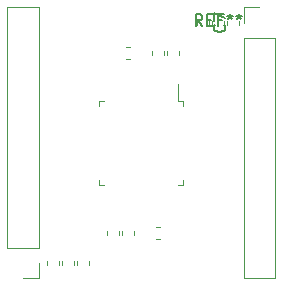
<source format=gbr>
G04 #@! TF.GenerationSoftware,KiCad,Pcbnew,(5.0.1)-3*
G04 #@! TF.CreationDate,2019-01-28T22:50:12+00:00*
G04 #@! TF.ProjectId,Encoder,456E636F6465722E6B696361645F7063,rev?*
G04 #@! TF.SameCoordinates,Original*
G04 #@! TF.FileFunction,Legend,Top*
G04 #@! TF.FilePolarity,Positive*
%FSLAX46Y46*%
G04 Gerber Fmt 4.6, Leading zero omitted, Abs format (unit mm)*
G04 Created by KiCad (PCBNEW (5.0.1)-3) date 28/01/2019 22:50:12*
%MOMM*%
%LPD*%
G01*
G04 APERTURE LIST*
%ADD10C,0.120000*%
%ADD11C,0.150000*%
G04 APERTURE END LIST*
D10*
G04 #@! TO.C,C1*
X94490000Y-76371267D02*
X94490000Y-76028733D01*
X93470000Y-76371267D02*
X93470000Y-76028733D01*
G04 #@! TO.C,C2*
X104650000Y-58248733D02*
X104650000Y-58591267D01*
X103630000Y-58248733D02*
X103630000Y-58591267D01*
G04 #@! TO.C,C3*
X103380000Y-58591267D02*
X103380000Y-58248733D01*
X102360000Y-58591267D02*
X102360000Y-58248733D01*
G04 #@! TO.C,C4*
X100501267Y-57910000D02*
X100158733Y-57910000D01*
X100501267Y-58930000D02*
X100158733Y-58930000D01*
G04 #@! TO.C,C5*
X97030000Y-76371267D02*
X97030000Y-76028733D01*
X96010000Y-76371267D02*
X96010000Y-76028733D01*
G04 #@! TO.C,C6*
X94740000Y-76371267D02*
X94740000Y-76028733D01*
X95760000Y-76371267D02*
X95760000Y-76028733D01*
G04 #@! TO.C,C7*
X106170000Y-55708733D02*
X106170000Y-56051267D01*
X107190000Y-55708733D02*
X107190000Y-56051267D01*
G04 #@! TO.C,C8*
X108460000Y-55708733D02*
X108460000Y-56051267D01*
X107440000Y-55708733D02*
X107440000Y-56051267D01*
G04 #@! TO.C,C9*
X103041267Y-74170000D02*
X102698733Y-74170000D01*
X103041267Y-73150000D02*
X102698733Y-73150000D01*
G04 #@! TO.C,C10*
X100840000Y-73831267D02*
X100840000Y-73488733D01*
X99820000Y-73831267D02*
X99820000Y-73488733D01*
G04 #@! TO.C,C11*
X99570000Y-73488733D02*
X99570000Y-73831267D01*
X98550000Y-73488733D02*
X98550000Y-73831267D01*
G04 #@! TO.C,C12*
X109730000Y-55708733D02*
X109730000Y-56051267D01*
X108710000Y-55708733D02*
X108710000Y-56051267D01*
G04 #@! TO.C,J1*
X92770000Y-54550000D02*
X90110000Y-54550000D01*
X92770000Y-74930000D02*
X92770000Y-54550000D01*
X90110000Y-74930000D02*
X90110000Y-54550000D01*
X92770000Y-74930000D02*
X90110000Y-74930000D01*
X92770000Y-76200000D02*
X92770000Y-77530000D01*
X92770000Y-77530000D02*
X91440000Y-77530000D01*
G04 #@! TO.C,J2*
X110110000Y-54550000D02*
X111440000Y-54550000D01*
X110110000Y-55880000D02*
X110110000Y-54550000D01*
X110110000Y-57150000D02*
X112770000Y-57150000D01*
X112770000Y-57150000D02*
X112770000Y-77530000D01*
X110110000Y-57150000D02*
X110110000Y-77530000D01*
X110110000Y-77530000D02*
X112770000Y-77530000D01*
G04 #@! TO.C,U1*
X105000000Y-69600000D02*
X104580000Y-69600000D01*
X97880000Y-69600000D02*
X98300000Y-69600000D01*
X97880000Y-62480000D02*
X98300000Y-62480000D01*
X105000000Y-62480000D02*
X105000000Y-62900000D01*
X97880000Y-69600000D02*
X97880000Y-69180000D01*
X105000000Y-69600000D02*
X105000000Y-69180000D01*
X104580000Y-62480000D02*
X104580000Y-61100000D01*
X105000000Y-62480000D02*
X104580000Y-62480000D01*
X97880000Y-62480000D02*
X97880000Y-62900000D01*
G04 #@! TO.C,C7*
D11*
X108467142Y-56046666D02*
X108514761Y-56094285D01*
X108562380Y-56237142D01*
X108562380Y-56332380D01*
X108514761Y-56475238D01*
X108419523Y-56570476D01*
X108324285Y-56618095D01*
X108133809Y-56665714D01*
X107990952Y-56665714D01*
X107800476Y-56618095D01*
X107705238Y-56570476D01*
X107610000Y-56475238D01*
X107562380Y-56332380D01*
X107562380Y-56237142D01*
X107610000Y-56094285D01*
X107657619Y-56046666D01*
X107562380Y-55713333D02*
X107562380Y-55046666D01*
X108562380Y-55475238D01*
G04 #@! TO.C,REF\002A\002A*
X106616666Y-56142380D02*
X106283333Y-55666190D01*
X106045238Y-56142380D02*
X106045238Y-55142380D01*
X106426190Y-55142380D01*
X106521428Y-55190000D01*
X106569047Y-55237619D01*
X106616666Y-55332857D01*
X106616666Y-55475714D01*
X106569047Y-55570952D01*
X106521428Y-55618571D01*
X106426190Y-55666190D01*
X106045238Y-55666190D01*
X107045238Y-55618571D02*
X107378571Y-55618571D01*
X107521428Y-56142380D02*
X107045238Y-56142380D01*
X107045238Y-55142380D01*
X107521428Y-55142380D01*
X108283333Y-55618571D02*
X107950000Y-55618571D01*
X107950000Y-56142380D02*
X107950000Y-55142380D01*
X108426190Y-55142380D01*
X108950000Y-55142380D02*
X108950000Y-55380476D01*
X108711904Y-55285238D02*
X108950000Y-55380476D01*
X109188095Y-55285238D01*
X108807142Y-55570952D02*
X108950000Y-55380476D01*
X109092857Y-55570952D01*
X109711904Y-55142380D02*
X109711904Y-55380476D01*
X109473809Y-55285238D02*
X109711904Y-55380476D01*
X109950000Y-55285238D01*
X109569047Y-55570952D02*
X109711904Y-55380476D01*
X109854761Y-55570952D01*
G04 #@! TD*
M02*

</source>
